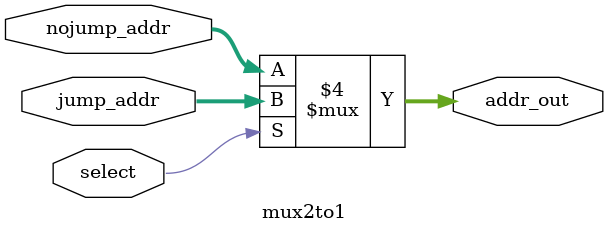
<source format=v>
module mux2to1(input select, input [7:0] nojump_addr, jump_addr, output reg [7:0] addr_out);
always@(*)
	begin
		if(!select)
			addr_out = nojump_addr;
		else 
			addr_out = jump_addr;
	end
endmodule

</source>
